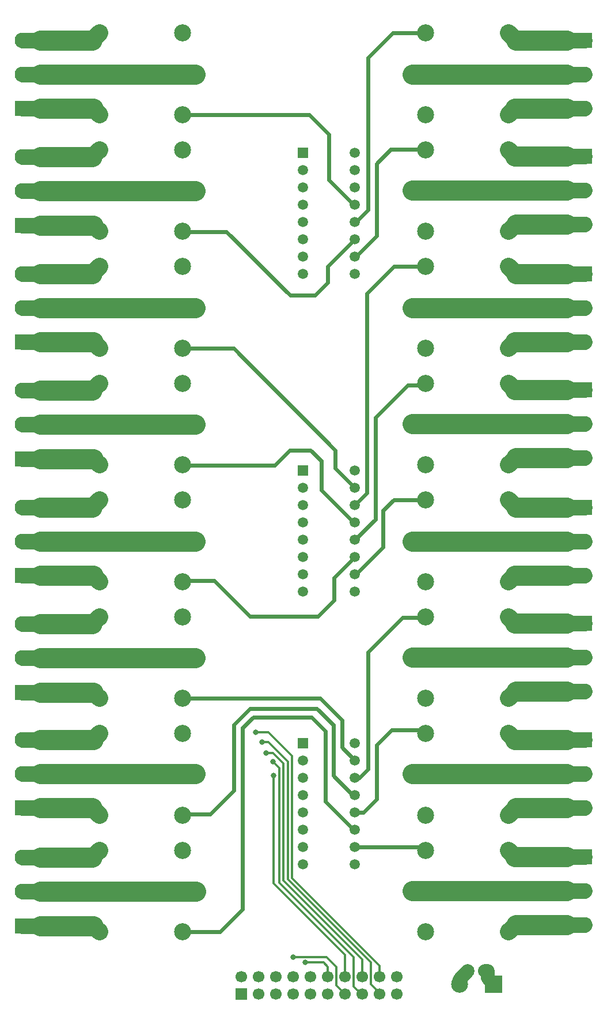
<source format=gbl>
G04 DipTrace 3.0.0.1*
G04 relayboard.GBL*
%MOIN*%
G04 #@! TF.FileFunction,Copper,L2,Bot*
G04 #@! TF.Part,Single*
G04 #@! TA.AperFunction,Conductor*
%ADD13C,0.07874*%
%ADD14C,0.11811*%
%ADD15C,0.090551*%
G04 #@! TA.AperFunction,ComponentPad*
%ADD16C,0.098425*%
G04 #@! TA.AperFunction,Conductor*
%ADD19C,0.023622*%
%ADD20C,0.011811*%
G04 #@! TA.AperFunction,ComponentPad*
%ADD21R,0.090551X0.090551*%
%ADD22C,0.090551*%
%ADD23R,0.098425X0.098425*%
%ADD24C,0.098425*%
%ADD25C,0.07874*%
%ADD26C,0.066929*%
%ADD27R,0.066929X0.066929*%
%ADD28R,0.059055X0.059055*%
%ADD29C,0.059055*%
G04 #@! TA.AperFunction,ViaPad*
%ADD30C,0.031496*%
%FSLAX26Y26*%
G04*
G70*
G90*
G75*
G01*
G04 Bottom*
%LPD*%
X3031546Y356249D2*
D13*
X3045619D1*
Y315601D1*
X3079971Y281249D1*
X352461Y5540601D2*
D15*
X456791D1*
D14*
X1354971D1*
D16*
X1358121Y5543751D1*
X352461Y4865601D2*
D15*
X456791D1*
D14*
X1354971D1*
D16*
X1358121Y4868751D1*
X352461Y4190601D2*
D15*
X456791D1*
D14*
X1354971D1*
D16*
X1358121Y4193751D1*
X352461Y3515601D2*
D15*
X456791D1*
D14*
X1354971D1*
D16*
X1358121Y3518751D1*
X352461Y2840601D2*
D15*
X456791D1*
D14*
X1354971D1*
D16*
X1358121Y2843751D1*
X352461Y2165600D2*
D15*
X456791D1*
D14*
X1354971D1*
D16*
X1358121Y2168749D1*
X352461Y1496850D2*
D15*
X456791D1*
D14*
X1355020D1*
D16*
X1358121Y1493749D1*
X352461Y815600D2*
D15*
X456791Y818749D1*
D14*
X1358121D1*
X3607972Y5540650D2*
D15*
X3503642D1*
D14*
X2611219D1*
D16*
X2608119Y5543749D1*
X3607972Y4871900D2*
D15*
X3503642D1*
D14*
X2611270D1*
D16*
X2608121Y4868751D1*
X3607972Y4190650D2*
D15*
X3503642D1*
D14*
X2611220D1*
D16*
X2608119Y4193751D1*
X3607972Y3521900D2*
D15*
X3503642D1*
D14*
X2611269D1*
D16*
X2608119Y3518751D1*
X3607972Y2840650D2*
D15*
X3503642D1*
D14*
X2611222D1*
D16*
X2608121Y2843751D1*
X3607972Y2171899D2*
D15*
X3503642D1*
D14*
X2611269D1*
D16*
X2608119Y2168749D1*
X3607972Y1496899D2*
D15*
X3503642D1*
D14*
X2611270D1*
D16*
X2608121Y1493749D1*
X3607972Y821899D2*
D15*
X3503642D1*
D14*
X2611269D1*
D16*
X2608119Y818749D1*
X2883121Y281249D2*
D13*
Y307825D1*
X2931545Y356249D1*
X2276870Y1075109D2*
D19*
X2666720D1*
X2686860Y1054970D1*
X2276870Y1175109D2*
X2270510D1*
X2108119Y1337500D1*
Y1743751D1*
X2026870Y1825000D1*
X1689356D1*
X1627041Y1762685D1*
Y712671D1*
X1496899Y582529D1*
X1279381D1*
X2276870Y1275109D2*
X2326979D1*
X2402122Y1350252D1*
Y1662675D1*
X2489448Y1750000D1*
X2666831D1*
X2686861Y1729970D1*
X2276870Y1375109D2*
X2264261D1*
X2151870Y1487500D1*
Y1781249D1*
X2058119Y1875000D1*
X1670598D1*
X1577035Y1781437D1*
Y1400147D1*
X1439388Y1262500D1*
X1289370D1*
X1301870Y1250000D1*
X1286909D1*
X1279381Y1257529D1*
X2276870Y1475109D2*
X2301979D1*
X2351870Y1525000D1*
Y2200000D1*
X2551870Y2400000D1*
X2681890D1*
X2686860Y2404970D1*
X2276870Y1575109D2*
X2201870Y1650109D1*
Y1806671D1*
X2076012Y1932529D1*
X1279381D1*
X2276870Y2650000D2*
X2283081D1*
X2439626Y2806545D1*
Y3019005D1*
X2501870Y3081249D1*
X2685583D1*
X2686861Y3079971D1*
X2276870Y2750000D2*
X2158121Y2631251D1*
Y2500000D1*
X2064370Y2406249D1*
X1670621D1*
X1464370Y2612500D1*
X1284350D1*
X1279381Y2607530D1*
X2276870Y2850000D2*
X2395619Y2968749D1*
Y3556251D1*
X2583119Y3743751D1*
X2675639D1*
X2686860Y3754971D1*
X2276870Y2950000D2*
X2271168D1*
X2083339Y3137829D1*
Y3306033D1*
X2020621Y3368751D1*
X1901717D1*
X1814215Y3281249D1*
X1280661D1*
X1279381Y3282530D1*
X2276870Y3050000D2*
X2345866Y3118996D1*
Y4275245D1*
X2501870Y4431249D1*
X2685581D1*
X2686860Y4429971D1*
X2276870Y3150000D2*
X2164597Y3262273D1*
Y3368524D1*
X1576870Y3956251D1*
X1280660D1*
X1279381Y3957530D1*
X2276870Y4487714D2*
X2283333D1*
X2402122Y4606503D1*
Y5025252D1*
X2483119Y5106249D1*
X2685583D1*
X2686861Y5104971D1*
X2276870Y4587714D2*
X2120619Y4431463D1*
Y4337499D1*
X2045621Y4262500D1*
X1902517D1*
X1533766Y4631251D1*
X1280660D1*
X1279381Y4632530D1*
X2276870Y4687714D2*
X2283081D1*
X2352117Y4756749D1*
Y5637745D1*
X2495621Y5781249D1*
X2685580D1*
X2686860Y5779970D1*
X2276870Y4787714D2*
X2271147D1*
X2126870Y4931991D1*
Y5194518D1*
X2013858Y5307530D1*
X1279381D1*
X3607972Y1018749D2*
D15*
X3503642D1*
D14*
X3203395D1*
D16*
X3167175Y1054970D1*
X3607972Y625049D2*
D15*
X3503642D1*
D14*
X3209694D1*
D16*
X3167175Y582529D1*
X3607972Y1693749D2*
D15*
X3503642D1*
D14*
X3203396D1*
D16*
X3167176Y1729970D1*
X3607972Y1300049D2*
D15*
X3503642D1*
D14*
X3209696D1*
D16*
X3167176Y1257529D1*
X3607972Y2368749D2*
D15*
X3503642D1*
D14*
X3203395D1*
D16*
X3167175Y2404970D1*
X3607972Y1975049D2*
D15*
X3503642D1*
D14*
X3209694D1*
D16*
X3167175Y1932529D1*
X3607972Y3037500D2*
D15*
X3503642D1*
D14*
X3209647D1*
D16*
X3167176Y3079971D1*
X3607972Y2643799D2*
D15*
X3503642D1*
D14*
X3203445D1*
D16*
X3167176Y2607530D1*
X3607972Y3718751D2*
D15*
X3503642D1*
D14*
X3203395D1*
D16*
X3167175Y3754971D1*
X3607972Y3325050D2*
D15*
X3503642D1*
D14*
X3209694D1*
D16*
X3167175Y3282530D1*
X3607972Y4387500D2*
D15*
X3503642D1*
D14*
X3209646D1*
D16*
X3167175Y4429971D1*
X3607972Y3993799D2*
D15*
X3503642D1*
D14*
X3203444D1*
D16*
X3167175Y3957530D1*
X3607972Y5068751D2*
D15*
X3503642D1*
D14*
X3203396D1*
D16*
X3167176Y5104971D1*
X3607972Y4675050D2*
D15*
X3503642D1*
D14*
X3209696D1*
D16*
X3167176Y4632530D1*
X3607972Y5737500D2*
D15*
X3503642D1*
D14*
X3209644D1*
D16*
X3167175Y5779970D1*
X3607972Y5343799D2*
D15*
X3503642D1*
D14*
X3203445D1*
D16*
X3167175Y5307529D1*
X352461Y5343751D2*
D15*
X456791D1*
D14*
X762845D1*
D16*
X799066Y5307530D1*
X352461Y5737451D2*
D15*
X456791D1*
D14*
X756546D1*
D16*
X799066Y5779971D1*
X352461Y4668751D2*
D15*
X456791D1*
D14*
X762845D1*
D16*
X799066Y4632530D1*
X352461Y5062451D2*
D15*
X456791D1*
D14*
X756546D1*
D16*
X799066Y5104971D1*
X352461Y3993751D2*
D15*
X456791D1*
D14*
X762845D1*
D16*
X799066Y3957530D1*
X352461Y4387451D2*
D15*
X456791D1*
D14*
X756546D1*
D16*
X799066Y4429971D1*
X352461Y3318751D2*
D15*
X456791D1*
D14*
X762845D1*
D16*
X799066Y3282530D1*
X352461Y3712451D2*
D15*
X456791D1*
D14*
X756546D1*
D16*
X799066Y3754971D1*
X352461Y2643751D2*
D15*
X456791D1*
D14*
X762845D1*
D16*
X799066Y2607530D1*
X352461Y3037451D2*
D15*
X456791D1*
D14*
X756546D1*
D16*
X799066Y3079971D1*
X352461Y1968749D2*
D15*
X456791D1*
D14*
X762845D1*
D16*
X799066Y1932529D1*
X352461Y2362450D2*
D15*
X456791D1*
D14*
X756546D1*
D16*
X799066Y2404970D1*
X352461Y1300000D2*
D15*
X456791D1*
D14*
X756594D1*
D16*
X799066Y1257529D1*
X352461Y1693701D2*
D15*
X456791D1*
D14*
X762797D1*
D16*
X799066Y1729970D1*
X352461Y618749D2*
D15*
X456791D1*
D14*
X762845D1*
D16*
X799066Y582529D1*
X352461Y1012450D2*
D15*
X456791D1*
D14*
X756546D1*
D16*
X799066Y1054970D1*
X2120374Y325000D2*
D20*
Y381496D1*
X2095619Y406251D1*
X1989370D1*
X2220374Y225000D2*
X2170619Y274755D1*
Y381251D1*
X2114370Y437500D1*
X1920619D1*
X2220374Y325000D2*
Y450247D1*
X1808121Y862500D1*
Y1487501D1*
X2320374Y225000D2*
X2314370D1*
X2270619Y268751D1*
Y437501D1*
X1839370Y868751D1*
Y1531249D1*
X1801870Y1568749D1*
X2320374Y325000D2*
Y425247D1*
X1864370Y881251D1*
Y1556249D1*
X1801870Y1618749D1*
X1764369D1*
X2420374Y225000D2*
Y231496D1*
X2370619Y281251D1*
Y406251D1*
X1889370Y887500D1*
Y1568751D1*
X1776870Y1681251D1*
X1739370D1*
X2420374Y325000D2*
Y387747D1*
X1914370Y893751D1*
Y1600000D1*
X1776870Y1737500D1*
X1701870D1*
D30*
X1989370Y406251D3*
X1920619Y437500D3*
X1808121Y1487501D3*
X1801870Y1568749D3*
X1764369Y1618749D3*
X1739370Y1681251D3*
X1701870Y1737500D3*
D21*
X352461Y5343751D3*
D22*
Y5540601D3*
Y5737451D3*
D21*
Y4668751D3*
D22*
Y4865601D3*
Y5062451D3*
D21*
Y3993751D3*
D22*
Y4190601D3*
Y4387451D3*
D21*
Y3318751D3*
D22*
Y3515601D3*
Y3712451D3*
D21*
Y2643751D3*
D22*
Y2840601D3*
Y3037451D3*
D21*
Y1968749D3*
D22*
Y2165600D3*
Y2362450D3*
D21*
Y1300000D3*
D22*
Y1496850D3*
Y1693701D3*
D21*
Y618749D3*
D22*
Y815600D3*
Y1012450D3*
D21*
X3607972Y1018749D3*
D22*
Y821899D3*
Y625049D3*
D21*
Y1693749D3*
D22*
Y1496899D3*
Y1300049D3*
D21*
Y2368749D3*
D22*
Y2171899D3*
Y1975049D3*
D21*
Y3037500D3*
D22*
Y2840650D3*
Y2643799D3*
D21*
Y3718751D3*
D22*
Y3521900D3*
Y3325050D3*
D21*
Y4387500D3*
D22*
Y4190650D3*
Y3993799D3*
D21*
Y5068751D3*
D22*
Y4871900D3*
Y4675050D3*
D21*
Y5737500D3*
D22*
Y5540650D3*
Y5343799D3*
D23*
X3079971Y281249D3*
D24*
X2883121D3*
D25*
X3031546Y356249D3*
X2931545D3*
D26*
X2520374Y325000D3*
X2420374D3*
X2320374D3*
X2220374D3*
X2120374D3*
X2020374D3*
X1920374D3*
X1820374D3*
X1720374D3*
X1620374D3*
D27*
Y225000D3*
D26*
X1720374D3*
X1820374D3*
X1920374D3*
X2020374D3*
X2120374D3*
X2220374D3*
X2320374D3*
X2420374D3*
X2520374D3*
D16*
X1358121Y5543751D3*
X1279381Y5307530D3*
X799066D3*
Y5779971D3*
X1279381D3*
X1358121Y4868751D3*
X1279381Y4632530D3*
X799066D3*
Y5104971D3*
X1279381D3*
X1358121Y4193751D3*
X1279381Y3957530D3*
X799066D3*
Y4429971D3*
X1279381D3*
X1358121Y3518751D3*
X1279381Y3282530D3*
X799066D3*
Y3754971D3*
X1279381D3*
X1358121Y2843751D3*
X1279381Y2607530D3*
X799066D3*
Y3079971D3*
X1279381D3*
X1358121Y2168749D3*
X1279381Y1932529D3*
X799066D3*
Y2404970D3*
X1279381D3*
X1358121Y1493749D3*
X1279381Y1257529D3*
X799066D3*
Y1729970D3*
X1279381D3*
X1358121Y818749D3*
X1279381Y582529D3*
X799066D3*
Y1054970D3*
X1279381D3*
X2608119Y818749D3*
X2686860Y1054970D3*
X3167175D3*
Y582529D3*
X2686860D3*
X2608121Y1493749D3*
X2686861Y1729970D3*
X3167176D3*
Y1257529D3*
X2686861D3*
X2608119Y2168749D3*
X2686860Y2404970D3*
X3167175D3*
Y1932529D3*
X2686860D3*
X2608121Y2843751D3*
X2686861Y3079971D3*
X3167176D3*
Y2607530D3*
X2686861D3*
X2608119Y3518751D3*
X2686860Y3754971D3*
X3167175D3*
Y3282530D3*
X2686860D3*
X2608119Y4193751D3*
X2686860Y4429971D3*
X3167175D3*
Y3957530D3*
X2686860D3*
X2608121Y4868751D3*
X2686861Y5104971D3*
X3167176D3*
Y4632530D3*
X2686861D3*
X2608119Y5543749D3*
X2686860Y5779970D3*
X3167175D3*
Y5307529D3*
X2686860D3*
D28*
X1976870Y5087714D3*
D29*
Y4987714D3*
Y4887714D3*
Y4787714D3*
Y4687714D3*
Y4587714D3*
Y4487714D3*
Y4387714D3*
X2276870D3*
Y4487714D3*
Y4587714D3*
Y4687714D3*
Y4787714D3*
Y4887714D3*
Y4987714D3*
Y5087714D3*
D28*
X1976870Y3250000D3*
D29*
Y3150000D3*
Y3050000D3*
Y2950000D3*
Y2850000D3*
Y2750000D3*
Y2650000D3*
Y2550000D3*
X2276870D3*
Y2650000D3*
Y2750000D3*
Y2850000D3*
Y2950000D3*
Y3050000D3*
Y3150000D3*
Y3250000D3*
D28*
X1976870Y1675109D3*
D29*
Y1575109D3*
Y1475109D3*
Y1375109D3*
Y1275109D3*
Y1175109D3*
Y1075109D3*
Y975109D3*
X2276870D3*
Y1075109D3*
Y1175109D3*
Y1275109D3*
Y1375109D3*
Y1475109D3*
Y1575109D3*
Y1675109D3*
M02*

</source>
